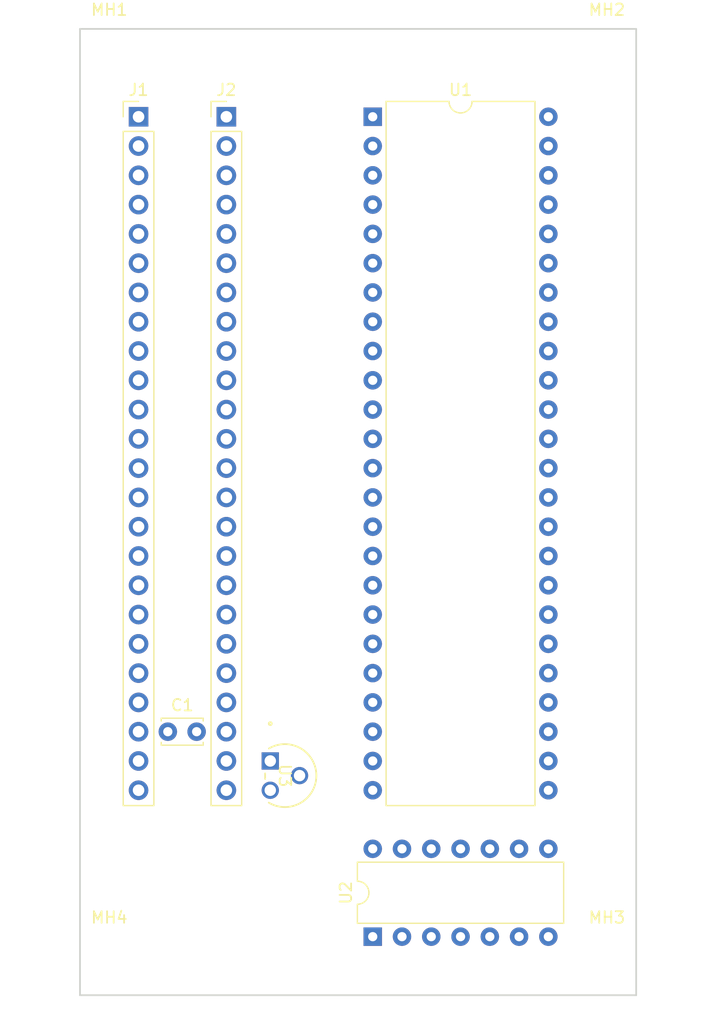
<source format=kicad_pcb>
(kicad_pcb (version 20221018) (generator pcbnew)
  (title_block (title "BionicP8095") (company "Tadashi G. Takaoka"))
  (layers (0 "F.Cu" signal) (31 "B.Cu" signal) (34 "B.Paste" user) (35 "F.Paste" user) (36 "B.SilkS" user "B.Silkscreen") (37 "F.SilkS" user "F.Silkscreen") (38 "B.Mask" user) (39 "F.Mask" user) (44 "Edge.Cuts" user))
  (net 0 "")
  (net 1 "GND")
  (net 2 "VCC")
  (net 3 "/P53")
  (net 5 "/P30")
  (net 6 "/P52")
  (net 7 "/P31")
  (net 8 "/P32")
  (net 9 "/P55")
  (net 10 "/P33")
  (net 11 "/P46")
  (net 12 "/P34")
  (net 13 "/P35")
  (net 14 "/P36")
  (net 15 "/P20")
  (net 16 "/P37")
  (net 17 "/P21")
  (net 18 "/P22")
  (net 19 "/P23")
  (net 20 "/P24")
  (net 21 "/P25")
  (net 22 "/P26")
  (net 23 "/P17")
  (net 24 "/P27")
  (net 25 "/P16")
  (net 26 "/P15")
  (net 27 "/P40")
  (net 28 "/P14")
  (net 29 "/P13")
  (net 30 "/P42")
  (net 31 "/P12")
  (net 32 "/P11")
  (net 33 "/P44")
  (net 34 "/P10")
  (net 35 "/P45")
  (net 39 "Net-(U1-XTAL1)")
  (net 41 "/P50")
  (net 42 "/P51")
  (net 46 "Net-(U1-~{RESET})")
  (net 50 "Net-(J2-P57)")
  (footprint "MountingHole:MountingHole_3.2mm_M3" (layer "F.Cu") (at 101 70)
    (fp_text reference "MH1" (at 0 -4.2) (layer "F.SilkS"))
    (fp_text value "MountingHole_3.2mm_M3")
    (pad "" np_thru_hole circle (at 0 0) (size 3.2 3.2) (drill 3.2) (layers "*.Cu" "*.Mask"))
  )
  (footprint "MountingHole:MountingHole_3.2mm_M3" (layer "F.Cu") (at 144.18 70)
    (fp_text reference "MH2" (at 0 -4.2) (layer "F.SilkS"))
    (fp_text value "MountingHole_3.2mm_M3")
    (pad "" np_thru_hole circle (at 0 0) (size 3.2 3.2) (drill 3.2) (layers "*.Cu" "*.Mask"))
  )
  (footprint "MountingHole:MountingHole_3.2mm_M3" (layer "F.Cu") (at 144.18 148.74)
    (fp_text reference "MH3" (at 0 -4.2) (layer "F.SilkS"))
    (fp_text value "MountingHole_3.2mm_M3")
    (pad "" np_thru_hole circle (at 0 0) (size 3.2 3.2) (drill 3.2) (layers "*.Cu" "*.Mask"))
  )
  (footprint "MountingHole:MountingHole_3.2mm_M3" (layer "F.Cu") (at 101 148.74)
    (fp_text reference "MH4" (at 0 -4.2) (layer "F.SilkS"))
    (fp_text value "MountingHole_3.2mm_M3")
    (pad "" np_thru_hole circle (at 0 0) (size 3.2 3.2) (drill 3.2) (layers "*.Cu" "*.Mask"))
  )
  (footprint "Capacitor_THT:C_Disc_D3.4mm_W2.1mm_P2.50mm" (layer "F.Cu") (at 106.08 128.42)
    (fp_text reference "C1" (at 1.25 -2.3) (layer "F.SilkS"))
    (fp_text value "0.1u")
    (fp_line (start -0.57 -1.17) (end -0.57 -0.925) (stroke (width 0.12)) (layer "F.SilkS"))
    (fp_line (start -0.57 -1.17) (end 3.07 -1.17) (stroke (width 0.12)) (layer "F.SilkS"))
    (fp_line (start -0.57 0.925) (end -0.57 1.17) (stroke (width 0.12)) (layer "F.SilkS"))
    (fp_line (start -0.57 1.17) (end 3.07 1.17) (stroke (width 0.12)) (layer "F.SilkS"))
    (fp_line (start 3.07 -1.17) (end 3.07 -0.925) (stroke (width 0.12)) (layer "F.SilkS"))
    (fp_line (start 3.07 0.925) (end 3.07 1.17) (stroke (width 0.12)) (layer "F.SilkS"))
    (pad "1" thru_hole circle (at 0 0) (size 1.6 1.6) (drill 0.8) (layers "*.Cu" "*.Mask") (net 2 "VCC"))
    (pad "2" thru_hole circle (at 2.5 0) (size 1.6 1.6) (drill 0.8) (layers "*.Cu" "*.Mask") (net 1 "GND"))
  )
  (footprint "Package_DIP:DIP-14_W7.62mm" (layer "F.Cu") (at 123.86 146.2 90)
    (fp_text reference "U2" (at 3.81 -2.33 90) (layer "F.SilkS"))
    (fp_text value "74HCT126")
    (fp_line (start 1.16 -1.33) (end 1.16 16.57) (stroke (width 0.12)) (layer "F.SilkS"))
    (fp_line (start 1.16 16.57) (end 6.46 16.57) (stroke (width 0.12)) (layer "F.SilkS"))
    (fp_line (start 2.81 -1.33) (end 1.16 -1.33) (stroke (width 0.12)) (layer "F.SilkS"))
    (fp_line (start 6.46 -1.33) (end 4.81 -1.33) (stroke (width 0.12)) (layer "F.SilkS"))
    (fp_line (start 6.46 16.57) (end 6.46 -1.33) (stroke (width 0.12)) (layer "F.SilkS"))
    (fp_arc (start 4.81 -1.33) (mid 3.81 -0.33) (end 2.81 -1.33) (stroke (width 0.12)) (layer "F.SilkS"))
    (pad "1" thru_hole rect (at 0 0 90) (size 1.6 1.6) (drill 0.8) (layers "*.Cu" "*.Mask") (net 2 "VCC"))
    (pad "2" thru_hole oval (at 0 2.54 90) (size 1.6 1.6) (drill 0.8) (layers "*.Cu" "*.Mask") (net 11 "/P46"))
    (pad "3" thru_hole oval (at 0 5.08 90) (size 1.6 1.6) (drill 0.8) (layers "*.Cu" "*.Mask") (net 39 "Net-(U1-XTAL1)"))
    (pad "4" thru_hole oval (at 0 7.62 90) (size 1.6 1.6) (drill 0.8) (layers "*.Cu" "*.Mask") (net 2 "VCC"))
    (pad "5" thru_hole oval (at 0 10.16 90) (size 1.6 1.6) (drill 0.8) (layers "*.Cu" "*.Mask") (net 3 "/P53"))
    (pad "6" thru_hole oval (at 0 12.7 90) (size 1.6 1.6) (drill 0.8) (layers "*.Cu" "*.Mask") (net 46 "Net-(U1-~{RESET})"))
    (pad "7" thru_hole oval (at 0 15.24 90) (size 1.6 1.6) (drill 0.8) (layers "*.Cu" "*.Mask") (net 1 "GND"))
    (pad "8" thru_hole oval (at 7.62 15.24 90) (size 1.6 1.6) (drill 0.8) (layers "*.Cu" "*.Mask"))
    (pad "9" thru_hole oval (at 7.62 12.7 90) (size 1.6 1.6) (drill 0.8) (layers "*.Cu" "*.Mask") (net 1 "GND"))
    (pad "10" thru_hole oval (at 7.62 10.16 90) (size 1.6 1.6) (drill 0.8) (layers "*.Cu" "*.Mask") (net 1 "GND"))
    (pad "11" thru_hole oval (at 7.62 7.62 90) (size 1.6 1.6) (drill 0.8) (layers "*.Cu" "*.Mask"))
    (pad "12" thru_hole oval (at 7.62 5.08 90) (size 1.6 1.6) (drill 0.8) (layers "*.Cu" "*.Mask") (net 1 "GND"))
    (pad "13" thru_hole oval (at 7.62 2.54 90) (size 1.6 1.6) (drill 0.8) (layers "*.Cu" "*.Mask") (net 1 "GND"))
    (pad "14" thru_hole oval (at 7.62 0 90) (size 1.6 1.6) (drill 0.8) (layers "*.Cu" "*.Mask") (net 2 "VCC"))
  )
  (footprint "Package_DIP:DIP-48_W15.24mm" (layer "F.Cu") (at 123.86 75.08)
    (fp_text reference "U1" (at 7.62 -2.33) (layer "F.SilkS"))
    (fp_text value "P8095BH")
    (fp_line (start 1.16 -1.33) (end 1.16 59.75) (stroke (width 0.12)) (layer "F.SilkS"))
    (fp_line (start 1.16 59.75) (end 14.08 59.75) (stroke (width 0.12)) (layer "F.SilkS"))
    (fp_line (start 6.62 -1.33) (end 1.16 -1.33) (stroke (width 0.12)) (layer "F.SilkS"))
    (fp_line (start 14.08 -1.33) (end 8.62 -1.33) (stroke (width 0.12)) (layer "F.SilkS"))
    (fp_line (start 14.08 59.75) (end 14.08 -1.33) (stroke (width 0.12)) (layer "F.SilkS"))
    (fp_arc (start 8.62 -1.33) (mid 7.62 -0.33) (end 6.62 -1.33) (stroke (width 0.12)) (layer "F.SilkS"))
    (pad "1" thru_hole rect (at 0 0) (size 1.6 1.6) (drill 0.8) (layers "*.Cu" "*.Mask") (net 35 "/P45"))
    (pad "2" thru_hole oval (at 0 2.54) (size 1.6 1.6) (drill 0.8) (layers "*.Cu" "*.Mask") (net 33 "/P44"))
    (pad "3" thru_hole oval (at 0 5.08) (size 1.6 1.6) (drill 0.8) (layers "*.Cu" "*.Mask") (net 5 "/P30"))
    (pad "4" thru_hole oval (at 0 7.62) (size 1.6 1.6) (drill 0.8) (layers "*.Cu" "*.Mask") (net 7 "/P31"))
    (pad "5" thru_hole oval (at 0 10.16) (size 1.6 1.6) (drill 0.8) (layers "*.Cu" "*.Mask") (net 8 "/P32"))
    (pad "6" thru_hole oval (at 0 12.7) (size 1.6 1.6) (drill 0.8) (layers "*.Cu" "*.Mask") (net 10 "/P33"))
    (pad "7" thru_hole oval (at 0 15.24) (size 1.6 1.6) (drill 0.8) (layers "*.Cu" "*.Mask") (net 12 "/P34"))
    (pad "8" thru_hole oval (at 0 17.78) (size 1.6 1.6) (drill 0.8) (layers "*.Cu" "*.Mask") (net 13 "/P35"))
    (pad "9" thru_hole oval (at 0 20.32) (size 1.6 1.6) (drill 0.8) (layers "*.Cu" "*.Mask") (net 14 "/P36"))
    (pad "10" thru_hole oval (at 0 22.86) (size 1.6 1.6) (drill 0.8) (layers "*.Cu" "*.Mask") (net 16 "/P37"))
    (pad "11" thru_hole oval (at 0 25.4) (size 1.6 1.6) (drill 0.8) (layers "*.Cu" "*.Mask") (net 1 "GND"))
    (pad "12" thru_hole oval (at 0 27.94) (size 1.6 1.6) (drill 0.8) (layers "*.Cu" "*.Mask"))
    (pad "13" thru_hole oval (at 0 30.48) (size 1.6 1.6) (drill 0.8) (layers "*.Cu" "*.Mask"))
    (pad "14" thru_hole oval (at 0 33.02) (size 1.6 1.6) (drill 0.8) (layers "*.Cu" "*.Mask") (net 42 "/P51"))
    (pad "15" thru_hole oval (at 0 35.56) (size 1.6 1.6) (drill 0.8) (layers "*.Cu" "*.Mask") (net 9 "/P55"))
    (pad "16" thru_hole oval (at 0 38.1) (size 1.6 1.6) (drill 0.8) (layers "*.Cu" "*.Mask") (net 6 "/P52"))
    (pad "17" thru_hole oval (at 0 40.64) (size 1.6 1.6) (drill 0.8) (layers "*.Cu" "*.Mask") (net 24 "/P27"))
    (pad "18" thru_hole oval (at 0 43.18) (size 1.6 1.6) (drill 0.8) (layers "*.Cu" "*.Mask") (net 22 "/P26"))
    (pad "19" thru_hole oval (at 0 45.72) (size 1.6 1.6) (drill 0.8) (layers "*.Cu" "*.Mask") (net 21 "/P25"))
    (pad "20" thru_hole oval (at 0 48.26) (size 1.6 1.6) (drill 0.8) (layers "*.Cu" "*.Mask") (net 20 "/P24"))
    (pad "21" thru_hole oval (at 0 50.8) (size 1.6 1.6) (drill 0.8) (layers "*.Cu" "*.Mask") (net 19 "/P23"))
    (pad "22" thru_hole oval (at 0 53.34) (size 1.6 1.6) (drill 0.8) (layers "*.Cu" "*.Mask") (net 18 "/P22"))
    (pad "23" thru_hole oval (at 0 55.88) (size 1.6 1.6) (drill 0.8) (layers "*.Cu" "*.Mask") (net 17 "/P21"))
    (pad "24" thru_hole oval (at 0 58.42) (size 1.6 1.6) (drill 0.8) (layers "*.Cu" "*.Mask") (net 15 "/P20"))
    (pad "25" thru_hole oval (at 15.24 58.42) (size 1.6 1.6) (drill 0.8) (layers "*.Cu" "*.Mask") (net 23 "/P17"))
    (pad "26" thru_hole oval (at 15.24 55.88) (size 1.6 1.6) (drill 0.8) (layers "*.Cu" "*.Mask") (net 25 "/P16"))
    (pad "27" thru_hole oval (at 15.24 53.34) (size 1.6 1.6) (drill 0.8) (layers "*.Cu" "*.Mask") (net 26 "/P15"))
    (pad "28" thru_hole oval (at 15.24 50.8) (size 1.6 1.6) (drill 0.8) (layers "*.Cu" "*.Mask") (net 28 "/P14"))
    (pad "29" thru_hole oval (at 15.24 48.26) (size 1.6 1.6) (drill 0.8) (layers "*.Cu" "*.Mask") (net 29 "/P13"))
    (pad "30" thru_hole oval (at 15.24 45.72) (size 1.6 1.6) (drill 0.8) (layers "*.Cu" "*.Mask") (net 31 "/P12"))
    (pad "31" thru_hole oval (at 15.24 43.18) (size 1.6 1.6) (drill 0.8) (layers "*.Cu" "*.Mask") (net 32 "/P11"))
    (pad "32" thru_hole oval (at 15.24 40.64) (size 1.6 1.6) (drill 0.8) (layers "*.Cu" "*.Mask") (net 34 "/P10"))
    (pad "33" thru_hole oval (at 15.24 38.1) (size 1.6 1.6) (drill 0.8) (layers "*.Cu" "*.Mask") (net 41 "/P50"))
    (pad "34" thru_hole oval (at 15.24 35.56) (size 1.6 1.6) (drill 0.8) (layers "*.Cu" "*.Mask") (net 27 "/P40"))
    (pad "35" thru_hole oval (at 15.24 33.02) (size 1.6 1.6) (drill 0.8) (layers "*.Cu" "*.Mask"))
    (pad "36" thru_hole oval (at 15.24 30.48) (size 1.6 1.6) (drill 0.8) (layers "*.Cu" "*.Mask") (net 39 "Net-(U1-XTAL1)"))
    (pad "37" thru_hole oval (at 15.24 27.94) (size 1.6 1.6) (drill 0.8) (layers "*.Cu" "*.Mask") (net 1 "GND"))
    (pad "38" thru_hole oval (at 15.24 25.4) (size 1.6 1.6) (drill 0.8) (layers "*.Cu" "*.Mask") (net 2 "VCC"))
    (pad "39" thru_hole oval (at 15.24 22.86) (size 1.6 1.6) (drill 0.8) (layers "*.Cu" "*.Mask") (net 1 "GND"))
    (pad "40" thru_hole oval (at 15.24 20.32) (size 1.6 1.6) (drill 0.8) (layers "*.Cu" "*.Mask"))
    (pad "41" thru_hole oval (at 15.24 17.78) (size 1.6 1.6) (drill 0.8) (layers "*.Cu" "*.Mask"))
    (pad "42" thru_hole oval (at 15.24 15.24) (size 1.6 1.6) (drill 0.8) (layers "*.Cu" "*.Mask"))
    (pad "43" thru_hole oval (at 15.24 12.7) (size 1.6 1.6) (drill 0.8) (layers "*.Cu" "*.Mask"))
    (pad "44" thru_hole oval (at 15.24 10.16) (size 1.6 1.6) (drill 0.8) (layers "*.Cu" "*.Mask") (net 1 "GND"))
    (pad "45" thru_hole oval (at 15.24 7.62) (size 1.6 1.6) (drill 0.8) (layers "*.Cu" "*.Mask") (net 2 "VCC"))
    (pad "46" thru_hole oval (at 15.24 5.08) (size 1.6 1.6) (drill 0.8) (layers "*.Cu" "*.Mask") (net 2 "VCC"))
    (pad "47" thru_hole oval (at 15.24 2.54) (size 1.6 1.6) (drill 0.8) (layers "*.Cu" "*.Mask") (net 30 "/P42"))
    (pad "48" thru_hole oval (at 15.24 0) (size 1.6 1.6) (drill 0.8) (layers "*.Cu" "*.Mask") (net 46 "Net-(U1-~{RESET})"))
  )
  (footprint "connector:Bionic-P245_Vertical" (layer "F.Cu") (at 111.16 75.08)
    (fp_text reference "J2" (at 0 -2.33) (layer "F.SilkS"))
    (fp_text value "Bionic-P245")
    (fp_line (start -1.33 -1.33) (end 0 -1.33) (stroke (width 0.12)) (layer "F.SilkS"))
    (fp_line (start -1.33 0) (end -1.33 -1.33) (stroke (width 0.12)) (layer "F.SilkS"))
    (fp_line (start -1.33 1.27) (end -1.33 59.75) (stroke (width 0.12)) (layer "F.SilkS"))
    (fp_line (start -1.33 1.27) (end 1.33 1.27) (stroke (width 0.12)) (layer "F.SilkS"))
    (fp_line (start -1.33 59.75) (end 1.33 59.75) (stroke (width 0.12)) (layer "F.SilkS"))
    (fp_line (start 1.33 1.27) (end 1.33 59.75) (stroke (width 0.12)) (layer "F.SilkS"))
    (pad "25" thru_hole oval (at 0 58.42) (size 1.7 1.7) (drill 1) (layers "*.Cu" "*.Mask") (net 2 "VCC"))
    (pad "26" thru_hole oval (at 0 55.88) (size 1.7 1.7) (drill 1) (layers "*.Cu" "*.Mask") (net 50 "Net-(J2-P57)"))
    (pad "27" thru_hole oval (at 0 53.34) (size 1.7 1.7) (drill 1) (layers "*.Cu" "*.Mask"))
    (pad "28" thru_hole oval (at 0 50.8) (size 1.7 1.7) (drill 1) (layers "*.Cu" "*.Mask") (net 9 "/P55"))
    (pad "29" thru_hole oval (at 0 48.26) (size 1.7 1.7) (drill 1) (layers "*.Cu" "*.Mask"))
    (pad "30" thru_hole oval (at 0 45.72) (size 1.7 1.7) (drill 1) (layers "*.Cu" "*.Mask"))
    (pad "31" thru_hole oval (at 0 43.18) (size 1.7 1.7) (drill 1) (layers "*.Cu" "*.Mask"))
    (pad "32" thru_hole oval (at 0 40.64) (size 1.7 1.7) (drill 1) (layers "*.Cu" "*.Mask") (net 11 "/P46"))
    (pad "33" thru_hole oval (at 0 38.1) (size 1.7 1.7) (drill 1) (layers "*.Cu" "*.Mask") (net 35 "/P45"))
    (pad "34" thru_hole oval (at 0 35.56) (size 1.7 1.7) (drill 1) (layers "*.Cu" "*.Mask") (net 33 "/P44"))
    (pad "35" thru_hole oval (at 0 33.02) (size 1.7 1.7) (drill 1) (layers "*.Cu" "*.Mask"))
    (pad "36" thru_hole oval (at 0 30.48) (size 1.7 1.7) (drill 1) (layers "*.Cu" "*.Mask") (net 30 "/P42"))
    (pad "37" thru_hole oval (at 0 27.94) (size 1.7 1.7) (drill 1) (layers "*.Cu" "*.Mask"))
    (pad "38" thru_hole oval (at 0 25.4) (size 1.7 1.7) (drill 1) (layers "*.Cu" "*.Mask") (net 27 "/P40"))
    (pad "39" thru_hole oval (at 0 22.86) (size 1.7 1.7) (drill 1) (layers "*.Cu" "*.Mask"))
    (pad "40" thru_hole oval (at 0 20.32) (size 1.7 1.7) (drill 1) (layers "*.Cu" "*.Mask") (net 24 "/P27"))
    (pad "41" thru_hole oval (at 0 17.78) (size 1.7 1.7) (drill 1) (layers "*.Cu" "*.Mask") (net 22 "/P26"))
    (pad "42" thru_hole oval (at 0 15.24) (size 1.7 1.7) (drill 1) (layers "*.Cu" "*.Mask") (net 21 "/P25"))
    (pad "43" thru_hole oval (at 0 12.7) (size 1.7 1.7) (drill 1) (layers "*.Cu" "*.Mask") (net 20 "/P24"))
    (pad "44" thru_hole oval (at 0 10.16) (size 1.7 1.7) (drill 1) (layers "*.Cu" "*.Mask") (net 19 "/P23"))
    (pad "45" thru_hole oval (at 0 7.62) (size 1.7 1.7) (drill 1) (layers "*.Cu" "*.Mask") (net 18 "/P22"))
    (pad "46" thru_hole oval (at 0 5.08) (size 1.7 1.7) (drill 1) (layers "*.Cu" "*.Mask") (net 17 "/P21"))
    (pad "47" thru_hole oval (at 0 2.54) (size 1.7 1.7) (drill 1) (layers "*.Cu" "*.Mask") (net 15 "/P20"))
    (pad "48" thru_hole rect (at 0 0) (size 1.7 1.7) (drill 1) (layers "*.Cu" "*.Mask") (net 1 "GND"))
  )
  (footprint "connector:Bionic-P135_Vertical" (layer "F.Cu") (at 103.54 75.08)
    (fp_text reference "J1" (at 0 -2.33) (layer "F.SilkS"))
    (fp_text value "Bionic-P135")
    (fp_line (start -1.33 -1.33) (end 0 -1.33) (stroke (width 0.12)) (layer "F.SilkS"))
    (fp_line (start -1.33 0) (end -1.33 -1.33) (stroke (width 0.12)) (layer "F.SilkS"))
    (fp_line (start -1.33 1.27) (end -1.33 59.75) (stroke (width 0.12)) (layer "F.SilkS"))
    (fp_line (start -1.33 1.27) (end 1.33 1.27) (stroke (width 0.12)) (layer "F.SilkS"))
    (fp_line (start -1.33 59.75) (end 1.33 59.75) (stroke (width 0.12)) (layer "F.SilkS"))
    (fp_line (start 1.33 1.27) (end 1.33 59.75) (stroke (width 0.12)) (layer "F.SilkS"))
    (pad "1" thru_hole rect (at 0 0) (size 1.7 1.7) (drill 1) (layers "*.Cu" "*.Mask") (net 1 "GND"))
    (pad "2" thru_hole oval (at 0 2.54) (size 1.7 1.7) (drill 1) (layers "*.Cu" "*.Mask") (net 34 "/P10"))
    (pad "3" thru_hole oval (at 0 5.08) (size 1.7 1.7) (drill 1) (layers "*.Cu" "*.Mask") (net 32 "/P11"))
    (pad "4" thru_hole oval (at 0 7.62) (size 1.7 1.7) (drill 1) (layers "*.Cu" "*.Mask") (net 31 "/P12"))
    (pad "5" thru_hole oval (at 0 10.16) (size 1.7 1.7) (drill 1) (layers "*.Cu" "*.Mask") (net 29 "/P13"))
    (pad "6" thru_hole oval (at 0 12.7) (size 1.7 1.7) (drill 1) (layers "*.Cu" "*.Mask") (net 28 "/P14"))
    (pad "7" thru_hole oval (at 0 15.24) (size 1.7 1.7) (drill 1) (layers "*.Cu" "*.Mask") (net 26 "/P15"))
    (pad "8" thru_hole oval (at 0 17.78) (size 1.7 1.7) (drill 1) (layers "*.Cu" "*.Mask") (net 25 "/P16"))
    (pad "9" thru_hole oval (at 0 20.32) (size 1.7 1.7) (drill 1) (layers "*.Cu" "*.Mask") (net 23 "/P17"))
    (pad "10" thru_hole oval (at 0 22.86) (size 1.7 1.7) (drill 1) (layers "*.Cu" "*.Mask"))
    (pad "11" thru_hole oval (at 0 25.4) (size 1.7 1.7) (drill 1) (layers "*.Cu" "*.Mask") (net 5 "/P30"))
    (pad "12" thru_hole oval (at 0 27.94) (size 1.7 1.7) (drill 1) (layers "*.Cu" "*.Mask") (net 7 "/P31"))
    (pad "13" thru_hole oval (at 0 30.48) (size 1.7 1.7) (drill 1) (layers "*.Cu" "*.Mask") (net 8 "/P32"))
    (pad "14" thru_hole oval (at 0 33.02) (size 1.7 1.7) (drill 1) (layers "*.Cu" "*.Mask") (net 10 "/P33"))
    (pad "15" thru_hole oval (at 0 35.56) (size 1.7 1.7) (drill 1) (layers "*.Cu" "*.Mask") (net 12 "/P34"))
    (pad "16" thru_hole oval (at 0 38.1) (size 1.7 1.7) (drill 1) (layers "*.Cu" "*.Mask") (net 13 "/P35"))
    (pad "17" thru_hole oval (at 0 40.64) (size 1.7 1.7) (drill 1) (layers "*.Cu" "*.Mask") (net 14 "/P36"))
    (pad "18" thru_hole oval (at 0 43.18) (size 1.7 1.7) (drill 1) (layers "*.Cu" "*.Mask") (net 16 "/P37"))
    (pad "19" thru_hole oval (at 0 45.72) (size 1.7 1.7) (drill 1) (layers "*.Cu" "*.Mask"))
    (pad "20" thru_hole oval (at 0 48.26) (size 1.7 1.7) (drill 1) (layers "*.Cu" "*.Mask") (net 41 "/P50"))
    (pad "21" thru_hole oval (at 0 50.8) (size 1.7 1.7) (drill 1) (layers "*.Cu" "*.Mask") (net 42 "/P51"))
    (pad "22" thru_hole oval (at 0 53.34) (size 1.7 1.7) (drill 1) (layers "*.Cu" "*.Mask") (net 6 "/P52"))
    (pad "23" thru_hole oval (at 0 55.88) (size 1.7 1.7) (drill 1) (layers "*.Cu" "*.Mask") (net 3 "/P53"))
    (pad "24" thru_hole oval (at 0 58.42) (size 1.7 1.7) (drill 1) (layers "*.Cu" "*.Mask") (net 2 "VCC"))
  )
  (footprint "microchip:TO-92_MC_MCH" (layer "F.Cu") (at 114.97 130.96 -90)
    (fp_text reference "U3" (at 1.27 -1.27 -90 unlocked) (layer "F.SilkS"))
    (fp_text value "11AA010-I/TO")
    (fp_line (start 1.08204 0.4445) (end 1.553476 0.4445) (stroke (width 0.1524)) (layer "F.SilkS"))
    (fp_arc (start -1.08204 0.116917) (mid 0.551186 -3.904186) (end 4.0005 -1.27) (stroke (width 0.1524)) (layer "F.SilkS"))
    (fp_arc (start 4.0005 -1.269999) (mid 3.90215 -0.543764) (end 3.614184 0.130155) (stroke (width 0.1524)) (layer "F.SilkS"))
    (fp_circle (center -3.2385 0) (end -3.1115 0) (stroke (width 0.1524)) (fill none) (layer "F.SilkS"))
    (pad "1" thru_hole rect (at 0 0 270) (size 1.4986 1.4986) (drill 0.9906) (layers "*.Cu" "*.Mask") (net 1 "GND"))
    (pad "2" thru_hole circle (at 1.27 -2.54 270) (size 1.4986 1.4986) (drill 0.9906) (layers "*.Cu" "*.Mask") (net 50 "Net-(J2-P57)"))
    (pad "3" thru_hole circle (at 2.54 0 270) (size 1.4986 1.4986) (drill 0.9906) (layers "*.Cu" "*.Mask") (net 2 "VCC"))
  )
  (gr_line (start 98.46 151.28) (end 98.46 67.46) (stroke (width 0.15)) (layer "Edge.Cuts"))
  (gr_line (start 146.72 67.46) (end 146.72 151.28) (stroke (width 0.15)) (layer "Edge.Cuts"))
  (gr_line (start 146.72 151.28) (end 98.46 151.28) (stroke (width 0.15)) (layer "Edge.Cuts"))
  (gr_line (start 98.46 67.46) (end 146.72 67.46) (stroke (width 0.15)) (layer "Edge.Cuts"))
)
</source>
